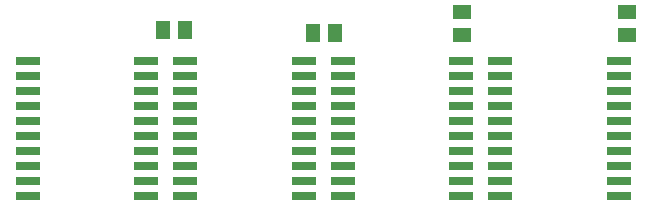
<source format=gbr>
G04 EAGLE Gerber RS-274X export*
G75*
%MOMM*%
%FSLAX34Y34*%
%LPD*%
%INSolderpaste Top*%
%IPPOS*%
%AMOC8*
5,1,8,0,0,1.08239X$1,22.5*%
G01*
%ADD10R,2.032000X0.660400*%
%ADD11R,1.500000X1.300000*%
%ADD12R,1.300000X1.500000*%


D10*
X330708Y285750D03*
X330708Y273050D03*
X330708Y260350D03*
X330708Y247650D03*
X330708Y234950D03*
X330708Y222250D03*
X330708Y209550D03*
X330708Y196850D03*
X431292Y196850D03*
X431292Y209550D03*
X431292Y222250D03*
X431292Y234950D03*
X431292Y247650D03*
X431292Y260350D03*
X431292Y273050D03*
X431292Y285750D03*
X330708Y184150D03*
X330708Y171450D03*
X431292Y184150D03*
X431292Y171450D03*
X597408Y285750D03*
X597408Y273050D03*
X597408Y260350D03*
X597408Y247650D03*
X597408Y234950D03*
X597408Y222250D03*
X597408Y209550D03*
X597408Y196850D03*
X697992Y196850D03*
X697992Y209550D03*
X697992Y222250D03*
X697992Y234950D03*
X697992Y247650D03*
X697992Y260350D03*
X697992Y273050D03*
X697992Y285750D03*
X597408Y184150D03*
X597408Y171450D03*
X697992Y184150D03*
X697992Y171450D03*
X464058Y285750D03*
X464058Y273050D03*
X464058Y260350D03*
X464058Y247650D03*
X464058Y234950D03*
X464058Y222250D03*
X464058Y209550D03*
X464058Y196850D03*
X564642Y196850D03*
X564642Y209550D03*
X564642Y222250D03*
X564642Y234950D03*
X564642Y247650D03*
X564642Y260350D03*
X564642Y273050D03*
X564642Y285750D03*
X464058Y184150D03*
X464058Y171450D03*
X564642Y184150D03*
X564642Y171450D03*
X730758Y285750D03*
X730758Y273050D03*
X730758Y260350D03*
X730758Y247650D03*
X730758Y234950D03*
X730758Y222250D03*
X730758Y209550D03*
X730758Y196850D03*
X831342Y196850D03*
X831342Y209550D03*
X831342Y222250D03*
X831342Y234950D03*
X831342Y247650D03*
X831342Y260350D03*
X831342Y273050D03*
X831342Y285750D03*
X730758Y184150D03*
X730758Y171450D03*
X831342Y184150D03*
X831342Y171450D03*
D11*
X838200Y308000D03*
X838200Y327000D03*
X698500Y308000D03*
X698500Y327000D03*
D12*
X572160Y309880D03*
X591160Y309880D03*
X445160Y312420D03*
X464160Y312420D03*
M02*

</source>
